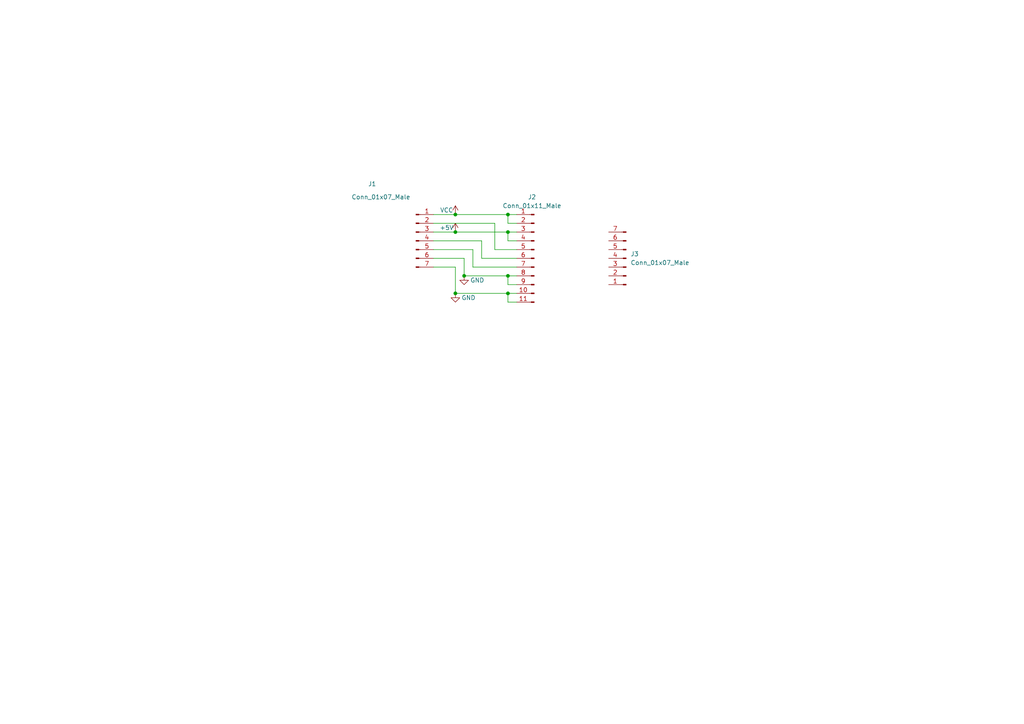
<source format=kicad_sch>
(kicad_sch (version 20211123) (generator eeschema)

  (uuid e208ea3a-d990-4992-b395-c95b18b77f83)

  (paper "A4")

  (lib_symbols
    (symbol "Connector:Conn_01x07_Male" (pin_names (offset 1.016) hide) (in_bom yes) (on_board yes)
      (property "Reference" "J" (id 0) (at 0 10.16 0)
        (effects (font (size 1.27 1.27)))
      )
      (property "Value" "Conn_01x07_Male" (id 1) (at 0 -10.16 0)
        (effects (font (size 1.27 1.27)))
      )
      (property "Footprint" "" (id 2) (at 0 0 0)
        (effects (font (size 1.27 1.27)) hide)
      )
      (property "Datasheet" "~" (id 3) (at 0 0 0)
        (effects (font (size 1.27 1.27)) hide)
      )
      (property "ki_keywords" "connector" (id 4) (at 0 0 0)
        (effects (font (size 1.27 1.27)) hide)
      )
      (property "ki_description" "Generic connector, single row, 01x07, script generated (kicad-library-utils/schlib/autogen/connector/)" (id 5) (at 0 0 0)
        (effects (font (size 1.27 1.27)) hide)
      )
      (property "ki_fp_filters" "Connector*:*_1x??_*" (id 6) (at 0 0 0)
        (effects (font (size 1.27 1.27)) hide)
      )
      (symbol "Conn_01x07_Male_1_1"
        (polyline
          (pts
            (xy 1.27 -7.62)
            (xy 0.8636 -7.62)
          )
          (stroke (width 0.1524) (type default) (color 0 0 0 0))
          (fill (type none))
        )
        (polyline
          (pts
            (xy 1.27 -5.08)
            (xy 0.8636 -5.08)
          )
          (stroke (width 0.1524) (type default) (color 0 0 0 0))
          (fill (type none))
        )
        (polyline
          (pts
            (xy 1.27 -2.54)
            (xy 0.8636 -2.54)
          )
          (stroke (width 0.1524) (type default) (color 0 0 0 0))
          (fill (type none))
        )
        (polyline
          (pts
            (xy 1.27 0)
            (xy 0.8636 0)
          )
          (stroke (width 0.1524) (type default) (color 0 0 0 0))
          (fill (type none))
        )
        (polyline
          (pts
            (xy 1.27 2.54)
            (xy 0.8636 2.54)
          )
          (stroke (width 0.1524) (type default) (color 0 0 0 0))
          (fill (type none))
        )
        (polyline
          (pts
            (xy 1.27 5.08)
            (xy 0.8636 5.08)
          )
          (stroke (width 0.1524) (type default) (color 0 0 0 0))
          (fill (type none))
        )
        (polyline
          (pts
            (xy 1.27 7.62)
            (xy 0.8636 7.62)
          )
          (stroke (width 0.1524) (type default) (color 0 0 0 0))
          (fill (type none))
        )
        (rectangle (start 0.8636 -7.493) (end 0 -7.747)
          (stroke (width 0.1524) (type default) (color 0 0 0 0))
          (fill (type outline))
        )
        (rectangle (start 0.8636 -4.953) (end 0 -5.207)
          (stroke (width 0.1524) (type default) (color 0 0 0 0))
          (fill (type outline))
        )
        (rectangle (start 0.8636 -2.413) (end 0 -2.667)
          (stroke (width 0.1524) (type default) (color 0 0 0 0))
          (fill (type outline))
        )
        (rectangle (start 0.8636 0.127) (end 0 -0.127)
          (stroke (width 0.1524) (type default) (color 0 0 0 0))
          (fill (type outline))
        )
        (rectangle (start 0.8636 2.667) (end 0 2.413)
          (stroke (width 0.1524) (type default) (color 0 0 0 0))
          (fill (type outline))
        )
        (rectangle (start 0.8636 5.207) (end 0 4.953)
          (stroke (width 0.1524) (type default) (color 0 0 0 0))
          (fill (type outline))
        )
        (rectangle (start 0.8636 7.747) (end 0 7.493)
          (stroke (width 0.1524) (type default) (color 0 0 0 0))
          (fill (type outline))
        )
        (pin passive line (at 5.08 7.62 180) (length 3.81)
          (name "Pin_1" (effects (font (size 1.27 1.27))))
          (number "1" (effects (font (size 1.27 1.27))))
        )
        (pin passive line (at 5.08 5.08 180) (length 3.81)
          (name "Pin_2" (effects (font (size 1.27 1.27))))
          (number "2" (effects (font (size 1.27 1.27))))
        )
        (pin passive line (at 5.08 2.54 180) (length 3.81)
          (name "Pin_3" (effects (font (size 1.27 1.27))))
          (number "3" (effects (font (size 1.27 1.27))))
        )
        (pin passive line (at 5.08 0 180) (length 3.81)
          (name "Pin_4" (effects (font (size 1.27 1.27))))
          (number "4" (effects (font (size 1.27 1.27))))
        )
        (pin passive line (at 5.08 -2.54 180) (length 3.81)
          (name "Pin_5" (effects (font (size 1.27 1.27))))
          (number "5" (effects (font (size 1.27 1.27))))
        )
        (pin passive line (at 5.08 -5.08 180) (length 3.81)
          (name "Pin_6" (effects (font (size 1.27 1.27))))
          (number "6" (effects (font (size 1.27 1.27))))
        )
        (pin passive line (at 5.08 -7.62 180) (length 3.81)
          (name "Pin_7" (effects (font (size 1.27 1.27))))
          (number "7" (effects (font (size 1.27 1.27))))
        )
      )
    )
    (symbol "Connector:Conn_01x11_Male" (pin_names (offset 1.016) hide) (in_bom yes) (on_board yes)
      (property "Reference" "J" (id 0) (at 0 15.24 0)
        (effects (font (size 1.27 1.27)))
      )
      (property "Value" "Conn_01x11_Male" (id 1) (at 0 -15.24 0)
        (effects (font (size 1.27 1.27)))
      )
      (property "Footprint" "" (id 2) (at 0 0 0)
        (effects (font (size 1.27 1.27)) hide)
      )
      (property "Datasheet" "~" (id 3) (at 0 0 0)
        (effects (font (size 1.27 1.27)) hide)
      )
      (property "ki_keywords" "connector" (id 4) (at 0 0 0)
        (effects (font (size 1.27 1.27)) hide)
      )
      (property "ki_description" "Generic connector, single row, 01x11, script generated (kicad-library-utils/schlib/autogen/connector/)" (id 5) (at 0 0 0)
        (effects (font (size 1.27 1.27)) hide)
      )
      (property "ki_fp_filters" "Connector*:*_1x??_*" (id 6) (at 0 0 0)
        (effects (font (size 1.27 1.27)) hide)
      )
      (symbol "Conn_01x11_Male_1_1"
        (polyline
          (pts
            (xy 1.27 -12.7)
            (xy 0.8636 -12.7)
          )
          (stroke (width 0.1524) (type default) (color 0 0 0 0))
          (fill (type none))
        )
        (polyline
          (pts
            (xy 1.27 -10.16)
            (xy 0.8636 -10.16)
          )
          (stroke (width 0.1524) (type default) (color 0 0 0 0))
          (fill (type none))
        )
        (polyline
          (pts
            (xy 1.27 -7.62)
            (xy 0.8636 -7.62)
          )
          (stroke (width 0.1524) (type default) (color 0 0 0 0))
          (fill (type none))
        )
        (polyline
          (pts
            (xy 1.27 -5.08)
            (xy 0.8636 -5.08)
          )
          (stroke (width 0.1524) (type default) (color 0 0 0 0))
          (fill (type none))
        )
        (polyline
          (pts
            (xy 1.27 -2.54)
            (xy 0.8636 -2.54)
          )
          (stroke (width 0.1524) (type default) (color 0 0 0 0))
          (fill (type none))
        )
        (polyline
          (pts
            (xy 1.27 0)
            (xy 0.8636 0)
          )
          (stroke (width 0.1524) (type default) (color 0 0 0 0))
          (fill (type none))
        )
        (polyline
          (pts
            (xy 1.27 2.54)
            (xy 0.8636 2.54)
          )
          (stroke (width 0.1524) (type default) (color 0 0 0 0))
          (fill (type none))
        )
        (polyline
          (pts
            (xy 1.27 5.08)
            (xy 0.8636 5.08)
          )
          (stroke (width 0.1524) (type default) (color 0 0 0 0))
          (fill (type none))
        )
        (polyline
          (pts
            (xy 1.27 7.62)
            (xy 0.8636 7.62)
          )
          (stroke (width 0.1524) (type default) (color 0 0 0 0))
          (fill (type none))
        )
        (polyline
          (pts
            (xy 1.27 10.16)
            (xy 0.8636 10.16)
          )
          (stroke (width 0.1524) (type default) (color 0 0 0 0))
          (fill (type none))
        )
        (polyline
          (pts
            (xy 1.27 12.7)
            (xy 0.8636 12.7)
          )
          (stroke (width 0.1524) (type default) (color 0 0 0 0))
          (fill (type none))
        )
        (rectangle (start 0.8636 -12.573) (end 0 -12.827)
          (stroke (width 0.1524) (type default) (color 0 0 0 0))
          (fill (type outline))
        )
        (rectangle (start 0.8636 -10.033) (end 0 -10.287)
          (stroke (width 0.1524) (type default) (color 0 0 0 0))
          (fill (type outline))
        )
        (rectangle (start 0.8636 -7.493) (end 0 -7.747)
          (stroke (width 0.1524) (type default) (color 0 0 0 0))
          (fill (type outline))
        )
        (rectangle (start 0.8636 -4.953) (end 0 -5.207)
          (stroke (width 0.1524) (type default) (color 0 0 0 0))
          (fill (type outline))
        )
        (rectangle (start 0.8636 -2.413) (end 0 -2.667)
          (stroke (width 0.1524) (type default) (color 0 0 0 0))
          (fill (type outline))
        )
        (rectangle (start 0.8636 0.127) (end 0 -0.127)
          (stroke (width 0.1524) (type default) (color 0 0 0 0))
          (fill (type outline))
        )
        (rectangle (start 0.8636 2.667) (end 0 2.413)
          (stroke (width 0.1524) (type default) (color 0 0 0 0))
          (fill (type outline))
        )
        (rectangle (start 0.8636 5.207) (end 0 4.953)
          (stroke (width 0.1524) (type default) (color 0 0 0 0))
          (fill (type outline))
        )
        (rectangle (start 0.8636 7.747) (end 0 7.493)
          (stroke (width 0.1524) (type default) (color 0 0 0 0))
          (fill (type outline))
        )
        (rectangle (start 0.8636 10.287) (end 0 10.033)
          (stroke (width 0.1524) (type default) (color 0 0 0 0))
          (fill (type outline))
        )
        (rectangle (start 0.8636 12.827) (end 0 12.573)
          (stroke (width 0.1524) (type default) (color 0 0 0 0))
          (fill (type outline))
        )
        (pin passive line (at 5.08 12.7 180) (length 3.81)
          (name "Pin_1" (effects (font (size 1.27 1.27))))
          (number "1" (effects (font (size 1.27 1.27))))
        )
        (pin passive line (at 5.08 -10.16 180) (length 3.81)
          (name "Pin_10" (effects (font (size 1.27 1.27))))
          (number "10" (effects (font (size 1.27 1.27))))
        )
        (pin passive line (at 5.08 -12.7 180) (length 3.81)
          (name "Pin_11" (effects (font (size 1.27 1.27))))
          (number "11" (effects (font (size 1.27 1.27))))
        )
        (pin passive line (at 5.08 10.16 180) (length 3.81)
          (name "Pin_2" (effects (font (size 1.27 1.27))))
          (number "2" (effects (font (size 1.27 1.27))))
        )
        (pin passive line (at 5.08 7.62 180) (length 3.81)
          (name "Pin_3" (effects (font (size 1.27 1.27))))
          (number "3" (effects (font (size 1.27 1.27))))
        )
        (pin passive line (at 5.08 5.08 180) (length 3.81)
          (name "Pin_4" (effects (font (size 1.27 1.27))))
          (number "4" (effects (font (size 1.27 1.27))))
        )
        (pin passive line (at 5.08 2.54 180) (length 3.81)
          (name "Pin_5" (effects (font (size 1.27 1.27))))
          (number "5" (effects (font (size 1.27 1.27))))
        )
        (pin passive line (at 5.08 0 180) (length 3.81)
          (name "Pin_6" (effects (font (size 1.27 1.27))))
          (number "6" (effects (font (size 1.27 1.27))))
        )
        (pin passive line (at 5.08 -2.54 180) (length 3.81)
          (name "Pin_7" (effects (font (size 1.27 1.27))))
          (number "7" (effects (font (size 1.27 1.27))))
        )
        (pin passive line (at 5.08 -5.08 180) (length 3.81)
          (name "Pin_8" (effects (font (size 1.27 1.27))))
          (number "8" (effects (font (size 1.27 1.27))))
        )
        (pin passive line (at 5.08 -7.62 180) (length 3.81)
          (name "Pin_9" (effects (font (size 1.27 1.27))))
          (number "9" (effects (font (size 1.27 1.27))))
        )
      )
    )
    (symbol "power:+5V" (power) (pin_names (offset 0)) (in_bom yes) (on_board yes)
      (property "Reference" "#PWR" (id 0) (at 0 -3.81 0)
        (effects (font (size 1.27 1.27)) hide)
      )
      (property "Value" "+5V" (id 1) (at 0 3.556 0)
        (effects (font (size 1.27 1.27)))
      )
      (property "Footprint" "" (id 2) (at 0 0 0)
        (effects (font (size 1.27 1.27)) hide)
      )
      (property "Datasheet" "" (id 3) (at 0 0 0)
        (effects (font (size 1.27 1.27)) hide)
      )
      (property "ki_keywords" "power-flag" (id 4) (at 0 0 0)
        (effects (font (size 1.27 1.27)) hide)
      )
      (property "ki_description" "Power symbol creates a global label with name \"+5V\"" (id 5) (at 0 0 0)
        (effects (font (size 1.27 1.27)) hide)
      )
      (symbol "+5V_0_1"
        (polyline
          (pts
            (xy -0.762 1.27)
            (xy 0 2.54)
          )
          (stroke (width 0) (type default) (color 0 0 0 0))
          (fill (type none))
        )
        (polyline
          (pts
            (xy 0 0)
            (xy 0 2.54)
          )
          (stroke (width 0) (type default) (color 0 0 0 0))
          (fill (type none))
        )
        (polyline
          (pts
            (xy 0 2.54)
            (xy 0.762 1.27)
          )
          (stroke (width 0) (type default) (color 0 0 0 0))
          (fill (type none))
        )
      )
      (symbol "+5V_1_1"
        (pin power_in line (at 0 0 90) (length 0) hide
          (name "+5V" (effects (font (size 1.27 1.27))))
          (number "1" (effects (font (size 1.27 1.27))))
        )
      )
    )
    (symbol "power:GND" (power) (pin_names (offset 0)) (in_bom yes) (on_board yes)
      (property "Reference" "#PWR" (id 0) (at 0 -6.35 0)
        (effects (font (size 1.27 1.27)) hide)
      )
      (property "Value" "GND" (id 1) (at 0 -3.81 0)
        (effects (font (size 1.27 1.27)))
      )
      (property "Footprint" "" (id 2) (at 0 0 0)
        (effects (font (size 1.27 1.27)) hide)
      )
      (property "Datasheet" "" (id 3) (at 0 0 0)
        (effects (font (size 1.27 1.27)) hide)
      )
      (property "ki_keywords" "power-flag" (id 4) (at 0 0 0)
        (effects (font (size 1.27 1.27)) hide)
      )
      (property "ki_description" "Power symbol creates a global label with name \"GND\" , ground" (id 5) (at 0 0 0)
        (effects (font (size 1.27 1.27)) hide)
      )
      (symbol "GND_0_1"
        (polyline
          (pts
            (xy 0 0)
            (xy 0 -1.27)
            (xy 1.27 -1.27)
            (xy 0 -2.54)
            (xy -1.27 -1.27)
            (xy 0 -1.27)
          )
          (stroke (width 0) (type default) (color 0 0 0 0))
          (fill (type none))
        )
      )
      (symbol "GND_1_1"
        (pin power_in line (at 0 0 270) (length 0) hide
          (name "GND" (effects (font (size 1.27 1.27))))
          (number "1" (effects (font (size 1.27 1.27))))
        )
      )
    )
    (symbol "power:VCC" (power) (pin_names (offset 0)) (in_bom yes) (on_board yes)
      (property "Reference" "#PWR" (id 0) (at 0 -3.81 0)
        (effects (font (size 1.27 1.27)) hide)
      )
      (property "Value" "VCC" (id 1) (at 0 3.81 0)
        (effects (font (size 1.27 1.27)))
      )
      (property "Footprint" "" (id 2) (at 0 0 0)
        (effects (font (size 1.27 1.27)) hide)
      )
      (property "Datasheet" "" (id 3) (at 0 0 0)
        (effects (font (size 1.27 1.27)) hide)
      )
      (property "ki_keywords" "power-flag" (id 4) (at 0 0 0)
        (effects (font (size 1.27 1.27)) hide)
      )
      (property "ki_description" "Power symbol creates a global label with name \"VCC\"" (id 5) (at 0 0 0)
        (effects (font (size 1.27 1.27)) hide)
      )
      (symbol "VCC_0_1"
        (polyline
          (pts
            (xy -0.762 1.27)
            (xy 0 2.54)
          )
          (stroke (width 0) (type default) (color 0 0 0 0))
          (fill (type none))
        )
        (polyline
          (pts
            (xy 0 0)
            (xy 0 2.54)
          )
          (stroke (width 0) (type default) (color 0 0 0 0))
          (fill (type none))
        )
        (polyline
          (pts
            (xy 0 2.54)
            (xy 0.762 1.27)
          )
          (stroke (width 0) (type default) (color 0 0 0 0))
          (fill (type none))
        )
      )
      (symbol "VCC_1_1"
        (pin power_in line (at 0 0 90) (length 0) hide
          (name "VCC" (effects (font (size 1.27 1.27))))
          (number "1" (effects (font (size 1.27 1.27))))
        )
      )
    )
  )

  (junction (at 132.08 62.23) (diameter 0) (color 0 0 0 0)
    (uuid 0b4bc92d-47bf-4db8-93c2-5b339fd65f97)
  )
  (junction (at 147.32 80.01) (diameter 0) (color 0 0 0 0)
    (uuid 14104a26-f0d1-4bb5-95a4-061659058c78)
  )
  (junction (at 147.32 62.23) (diameter 0) (color 0 0 0 0)
    (uuid 4bb5a558-bef9-4302-819c-9718971ea927)
  )
  (junction (at 147.32 67.31) (diameter 0) (color 0 0 0 0)
    (uuid 5de5d77e-bae0-464b-a32c-95f24f100c23)
  )
  (junction (at 132.08 67.31) (diameter 0) (color 0 0 0 0)
    (uuid 687c0b9b-6c33-4ff2-abd6-ccd9a1b91014)
  )
  (junction (at 134.62 80.01) (diameter 0) (color 0 0 0 0)
    (uuid da73c44d-cd97-43d8-9136-bb502355cf03)
  )
  (junction (at 147.32 85.09) (diameter 0) (color 0 0 0 0)
    (uuid dc0fa110-e5f4-409d-b0f4-57315e5a03a8)
  )
  (junction (at 132.08 85.09) (diameter 0) (color 0 0 0 0)
    (uuid e4f79ca8-d63c-4821-aec9-e6ce83fece03)
  )

  (wire (pts (xy 139.7 69.85) (xy 139.7 74.93))
    (stroke (width 0) (type default) (color 0 0 0 0))
    (uuid 00f716cc-6bc4-4812-9e51-6de6d1d56706)
  )
  (wire (pts (xy 149.86 87.63) (xy 147.32 87.63))
    (stroke (width 0) (type default) (color 0 0 0 0))
    (uuid 015d90c0-a079-4b06-b1ed-b17781df5755)
  )
  (wire (pts (xy 149.86 69.85) (xy 147.32 69.85))
    (stroke (width 0) (type default) (color 0 0 0 0))
    (uuid 09218131-89b2-45ab-9b93-5e8dec848242)
  )
  (wire (pts (xy 147.32 82.55) (xy 147.32 80.01))
    (stroke (width 0) (type default) (color 0 0 0 0))
    (uuid 10af6c28-d01c-4dba-b1a5-3e68422805ec)
  )
  (wire (pts (xy 132.08 77.47) (xy 132.08 85.09))
    (stroke (width 0) (type default) (color 0 0 0 0))
    (uuid 1a103707-62a0-4b10-bba9-d4e4b6fa9e3d)
  )
  (wire (pts (xy 125.73 77.47) (xy 132.08 77.47))
    (stroke (width 0) (type default) (color 0 0 0 0))
    (uuid 22533179-8912-4d38-b34c-86a5de91e366)
  )
  (wire (pts (xy 147.32 85.09) (xy 149.86 85.09))
    (stroke (width 0) (type default) (color 0 0 0 0))
    (uuid 2588c8a1-6a6b-4cb9-be46-8f892c5e5f32)
  )
  (wire (pts (xy 147.32 67.31) (xy 149.86 67.31))
    (stroke (width 0) (type default) (color 0 0 0 0))
    (uuid 27207747-9f0a-4a4a-b256-a8a2a0b80145)
  )
  (wire (pts (xy 132.08 62.23) (xy 147.32 62.23))
    (stroke (width 0) (type default) (color 0 0 0 0))
    (uuid 2931709a-9157-440b-913a-682791df90c9)
  )
  (wire (pts (xy 143.51 72.39) (xy 149.86 72.39))
    (stroke (width 0) (type default) (color 0 0 0 0))
    (uuid 3fb1370e-f36d-4382-b870-4f017700bec4)
  )
  (wire (pts (xy 147.32 64.77) (xy 149.86 64.77))
    (stroke (width 0) (type default) (color 0 0 0 0))
    (uuid 447180be-4bb1-4ce2-9564-b8ae1b137ca8)
  )
  (wire (pts (xy 134.62 80.01) (xy 147.32 80.01))
    (stroke (width 0) (type default) (color 0 0 0 0))
    (uuid 47b95054-956f-44dc-a5b4-15ee4ea91418)
  )
  (wire (pts (xy 147.32 80.01) (xy 149.86 80.01))
    (stroke (width 0) (type default) (color 0 0 0 0))
    (uuid 5223b2ee-a1a2-4074-9b0b-1f2503a9e7b6)
  )
  (wire (pts (xy 132.08 67.31) (xy 147.32 67.31))
    (stroke (width 0) (type default) (color 0 0 0 0))
    (uuid 5302655e-adcd-494d-9861-53f4df5616e5)
  )
  (wire (pts (xy 125.73 74.93) (xy 134.62 74.93))
    (stroke (width 0) (type default) (color 0 0 0 0))
    (uuid 5719f41b-f904-4a14-be7b-c42b46e963e0)
  )
  (wire (pts (xy 125.73 72.39) (xy 137.16 72.39))
    (stroke (width 0) (type default) (color 0 0 0 0))
    (uuid 573e4a99-ca27-44e4-adf6-bd7d13f435b8)
  )
  (wire (pts (xy 147.32 62.23) (xy 147.32 64.77))
    (stroke (width 0) (type default) (color 0 0 0 0))
    (uuid 5f84f443-8397-4957-8e19-d1425a5fa4da)
  )
  (wire (pts (xy 125.73 69.85) (xy 139.7 69.85))
    (stroke (width 0) (type default) (color 0 0 0 0))
    (uuid 634a72a6-91ca-43a7-b468-5c5d810dc366)
  )
  (wire (pts (xy 137.16 77.47) (xy 149.86 77.47))
    (stroke (width 0) (type default) (color 0 0 0 0))
    (uuid 6457199d-a0be-4806-a247-899e525ec3d5)
  )
  (wire (pts (xy 134.62 74.93) (xy 134.62 80.01))
    (stroke (width 0) (type default) (color 0 0 0 0))
    (uuid 6ad79578-4822-43e7-8e71-026aa23b409e)
  )
  (wire (pts (xy 139.7 74.93) (xy 149.86 74.93))
    (stroke (width 0) (type default) (color 0 0 0 0))
    (uuid 9c79196b-f29b-4210-af85-0264b56913b1)
  )
  (wire (pts (xy 132.08 85.09) (xy 147.32 85.09))
    (stroke (width 0) (type default) (color 0 0 0 0))
    (uuid 9e07cf56-2444-4f34-8e17-b8cbc46b8ffe)
  )
  (wire (pts (xy 137.16 72.39) (xy 137.16 77.47))
    (stroke (width 0) (type default) (color 0 0 0 0))
    (uuid 9e6bd261-8eda-4606-8200-d946bed1f62b)
  )
  (wire (pts (xy 125.73 62.23) (xy 132.08 62.23))
    (stroke (width 0) (type default) (color 0 0 0 0))
    (uuid c31e94f6-ea59-4f8b-836c-962b906b3567)
  )
  (wire (pts (xy 147.32 87.63) (xy 147.32 85.09))
    (stroke (width 0) (type default) (color 0 0 0 0))
    (uuid c414d3bf-cef8-4db1-bdd7-eb3324999102)
  )
  (wire (pts (xy 147.32 62.23) (xy 149.86 62.23))
    (stroke (width 0) (type default) (color 0 0 0 0))
    (uuid c4b1c44d-d9e0-410e-8670-f4eb46dadd91)
  )
  (wire (pts (xy 125.73 64.77) (xy 143.51 64.77))
    (stroke (width 0) (type default) (color 0 0 0 0))
    (uuid d1f402c4-3a27-4dc3-9698-27ceedfce610)
  )
  (wire (pts (xy 143.51 64.77) (xy 143.51 72.39))
    (stroke (width 0) (type default) (color 0 0 0 0))
    (uuid d47ba29f-4676-45d8-a403-30359dd1ee8f)
  )
  (wire (pts (xy 149.86 82.55) (xy 147.32 82.55))
    (stroke (width 0) (type default) (color 0 0 0 0))
    (uuid e4e18d4b-1ce6-4a29-8571-f0d127261f40)
  )
  (wire (pts (xy 147.32 69.85) (xy 147.32 67.31))
    (stroke (width 0) (type default) (color 0 0 0 0))
    (uuid ee4f1016-9453-4cd7-bbf4-e84768006267)
  )
  (wire (pts (xy 125.73 67.31) (xy 132.08 67.31))
    (stroke (width 0) (type default) (color 0 0 0 0))
    (uuid f4a5ba5f-5a6f-4529-a747-d08f9528fa62)
  )

  (symbol (lib_id "Connector:Conn_01x07_Male") (at 181.61 74.93 180) (unit 1)
    (in_bom yes) (on_board yes) (fields_autoplaced)
    (uuid 060b0a9f-358c-4945-b834-e61eef5984b0)
    (property "Reference" "J3" (id 0) (at 182.88 73.6599 0)
      (effects (font (size 1.27 1.27)) (justify right))
    )
    (property "Value" "Conn_01x07_Male" (id 1) (at 182.88 76.1999 0)
      (effects (font (size 1.27 1.27)) (justify right))
    )
    (property "Footprint" "Buck Converter Tester:Buck Converter - Pogo Pin Holes" (id 2) (at 181.61 74.93 0)
      (effects (font (size 1.27 1.27)) hide)
    )
    (property "Datasheet" "~" (id 3) (at 181.61 74.93 0)
      (effects (font (size 1.27 1.27)) hide)
    )
    (pin "1" (uuid 6856f6b8-2d04-4d2a-8e8a-dc64a386b36c))
    (pin "2" (uuid fb27fee0-f98f-4265-92bc-7a5dc1d3805a))
    (pin "3" (uuid 7b94d88f-c548-4be8-a730-354e418a5fe8))
    (pin "4" (uuid 80c1c15f-b265-472a-95d2-c3e73a1028a8))
    (pin "5" (uuid e4e53681-21b3-4bcf-9cb2-ad05307992d7))
    (pin "6" (uuid 073472c1-d151-4802-a640-d40a94c4d77d))
    (pin "7" (uuid 62511744-d1ba-4481-a798-588f5a4a658a))
  )

  (symbol (lib_id "Connector:Conn_01x07_Male") (at 120.65 69.85 0) (unit 1)
    (in_bom yes) (on_board yes)
    (uuid 114173d4-7413-449e-a4bf-f5b2e91f1f4e)
    (property "Reference" "J1" (id 0) (at 107.95 53.34 0))
    (property "Value" "Conn_01x07_Male" (id 1) (at 110.49 57.15 0))
    (property "Footprint" "Buck Converter Tester:Buck Converter - Pogo Pin Solder Pads" (id 2) (at 120.65 69.85 0)
      (effects (font (size 1.27 1.27)) hide)
    )
    (property "Datasheet" "~" (id 3) (at 120.65 69.85 0)
      (effects (font (size 1.27 1.27)) hide)
    )
    (pin "1" (uuid 6afec823-4e19-4f9a-a174-3fabb349aa58))
    (pin "2" (uuid 76307877-93d9-4c0f-a5f9-0aed627694c8))
    (pin "3" (uuid ea6b98e2-a2ec-4613-9464-fbb4b8668dde))
    (pin "4" (uuid 1f06b6a4-22d3-4d97-9ac5-ac4136235e28))
    (pin "5" (uuid 11b01bb4-39ea-409f-925f-51bc6ae57194))
    (pin "6" (uuid bfe587c3-599b-43a0-925f-0e6550c42540))
    (pin "7" (uuid c343f10f-7158-458c-9d27-44b39b47bd87))
  )

  (symbol (lib_id "power:GND") (at 132.08 85.09 0) (unit 1)
    (in_bom yes) (on_board yes)
    (uuid b017db9a-60ef-464a-bea4-ca004744d62a)
    (property "Reference" "#PWR0103" (id 0) (at 132.08 91.44 0)
      (effects (font (size 1.27 1.27)) hide)
    )
    (property "Value" "GND" (id 1) (at 135.89 86.36 0))
    (property "Footprint" "" (id 2) (at 132.08 85.09 0)
      (effects (font (size 1.27 1.27)) hide)
    )
    (property "Datasheet" "" (id 3) (at 132.08 85.09 0)
      (effects (font (size 1.27 1.27)) hide)
    )
    (pin "1" (uuid 4e5756a3-e81f-4e5b-a742-d51cd01ec2fb))
  )

  (symbol (lib_id "power:GND") (at 134.62 80.01 0) (unit 1)
    (in_bom yes) (on_board yes)
    (uuid b8eaef8b-05f0-490a-a02c-e05f6b682ccb)
    (property "Reference" "#PWR0104" (id 0) (at 134.62 86.36 0)
      (effects (font (size 1.27 1.27)) hide)
    )
    (property "Value" "GND" (id 1) (at 138.43 81.28 0))
    (property "Footprint" "" (id 2) (at 134.62 80.01 0)
      (effects (font (size 1.27 1.27)) hide)
    )
    (property "Datasheet" "" (id 3) (at 134.62 80.01 0)
      (effects (font (size 1.27 1.27)) hide)
    )
    (pin "1" (uuid 86404492-8ee4-4ce1-8d6f-80899bd99b1c))
  )

  (symbol (lib_id "Connector:Conn_01x11_Male") (at 154.94 74.93 0) (mirror y) (unit 1)
    (in_bom yes) (on_board yes)
    (uuid d2df3c51-fc8c-42ad-b1f0-21d6e1a01262)
    (property "Reference" "J2" (id 0) (at 154.305 57.15 0))
    (property "Value" "Conn_01x11_Male" (id 1) (at 154.305 59.69 0))
    (property "Footprint" "" (id 2) (at 154.94 74.93 0)
      (effects (font (size 1.27 1.27)) hide)
    )
    (property "Datasheet" "~" (id 3) (at 154.94 74.93 0)
      (effects (font (size 1.27 1.27)) hide)
    )
    (pin "1" (uuid f9180e1a-3c2d-4fe2-9461-17c5e5e7c1b0))
    (pin "10" (uuid 3f416a4b-2bb5-4bff-a2a4-4a29a930d78c))
    (pin "11" (uuid a623a541-6c5f-4a82-a0ec-79f85b6b21ef))
    (pin "2" (uuid c14a4034-fbd5-4c17-a7aa-c0e79d8ec691))
    (pin "3" (uuid 96d14c29-3554-4379-9122-a778ca3c66a1))
    (pin "4" (uuid 03c7f4ef-720f-48a4-8072-c0223759fc16))
    (pin "5" (uuid 7a8105c9-923c-4068-80af-07aa8bd4ede5))
    (pin "6" (uuid bfe12dbb-c55e-453d-a584-ff2c4ff6cb79))
    (pin "7" (uuid 8a06555e-37b5-4e52-aed5-4db5d56c9572))
    (pin "8" (uuid 44a4c769-84c0-40cc-ba77-e33e71d5411d))
    (pin "9" (uuid 9ebed9e1-911b-4fe8-b83b-dcb1a9c76cab))
  )

  (symbol (lib_id "power:+5V") (at 132.08 67.31 0) (unit 1)
    (in_bom yes) (on_board yes)
    (uuid d6aa8c6d-912d-40fb-8192-e4a55e1c23ed)
    (property "Reference" "#PWR0102" (id 0) (at 132.08 71.12 0)
      (effects (font (size 1.27 1.27)) hide)
    )
    (property "Value" "+5V" (id 1) (at 129.54 66.04 0))
    (property "Footprint" "" (id 2) (at 132.08 67.31 0)
      (effects (font (size 1.27 1.27)) hide)
    )
    (property "Datasheet" "" (id 3) (at 132.08 67.31 0)
      (effects (font (size 1.27 1.27)) hide)
    )
    (pin "1" (uuid c23369ee-e9bd-47c0-bd81-acdbc1be54ed))
  )

  (symbol (lib_id "power:VCC") (at 132.08 62.23 0) (unit 1)
    (in_bom yes) (on_board yes)
    (uuid e60ec8e9-c11a-4d07-a53e-68fc4019fa8c)
    (property "Reference" "#PWR0101" (id 0) (at 132.08 66.04 0)
      (effects (font (size 1.27 1.27)) hide)
    )
    (property "Value" "VCC" (id 1) (at 129.54 60.96 0))
    (property "Footprint" "" (id 2) (at 132.08 62.23 0)
      (effects (font (size 1.27 1.27)) hide)
    )
    (property "Datasheet" "" (id 3) (at 132.08 62.23 0)
      (effects (font (size 1.27 1.27)) hide)
    )
    (pin "1" (uuid 430c65ba-3a78-4740-9d3a-5790bc629b9e))
  )

  (sheet_instances
    (path "/" (page "1"))
  )

  (symbol_instances
    (path "/e60ec8e9-c11a-4d07-a53e-68fc4019fa8c"
      (reference "#PWR0101") (unit 1) (value "VCC") (footprint "")
    )
    (path "/d6aa8c6d-912d-40fb-8192-e4a55e1c23ed"
      (reference "#PWR0102") (unit 1) (value "+5V") (footprint "")
    )
    (path "/b017db9a-60ef-464a-bea4-ca004744d62a"
      (reference "#PWR0103") (unit 1) (value "GND") (footprint "")
    )
    (path "/b8eaef8b-05f0-490a-a02c-e05f6b682ccb"
      (reference "#PWR0104") (unit 1) (value "GND") (footprint "")
    )
    (path "/114173d4-7413-449e-a4bf-f5b2e91f1f4e"
      (reference "J1") (unit 1) (value "Conn_01x07_Male") (footprint "Buck Converter Tester:Buck Converter - Pogo Pin Solder Pads")
    )
    (path "/d2df3c51-fc8c-42ad-b1f0-21d6e1a01262"
      (reference "J2") (unit 1) (value "Conn_01x11_Male") (footprint "Buck Converter Tester:705430010")
    )
    (path "/060b0a9f-358c-4945-b834-e61eef5984b0"
      (reference "J3") (unit 1) (value "Conn_01x07_Male") (footprint "Buck Converter Tester:Buck Converter - Pogo Pin Holes")
    )
  )
)

</source>
